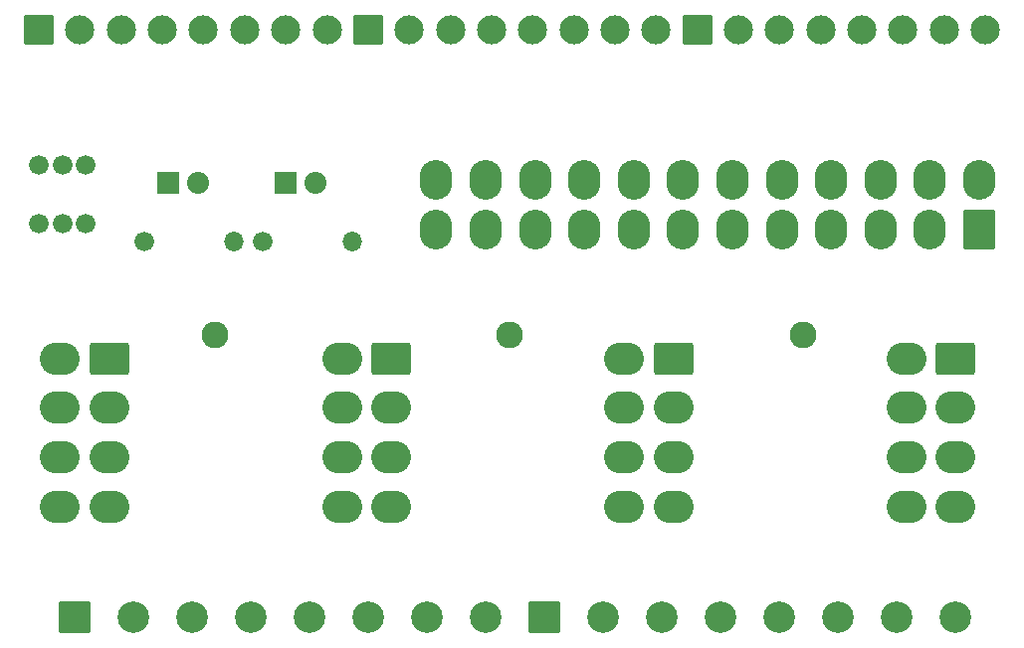
<source format=gts>
%TF.GenerationSoftware,KiCad,Pcbnew,8.0.6*%
%TF.CreationDate,2024-12-10T23:43:24+09:00*%
%TF.ProjectId,atx_breakout,6174785f-6272-4656-916b-6f75742e6b69,rev?*%
%TF.SameCoordinates,Original*%
%TF.FileFunction,Soldermask,Top*%
%TF.FilePolarity,Negative*%
%FSLAX46Y46*%
G04 Gerber Fmt 4.6, Leading zero omitted, Abs format (unit mm)*
G04 Created by KiCad (PCBNEW 8.0.6) date 2024-12-10 23:43:24*
%MOMM*%
%LPD*%
G01*
G04 APERTURE LIST*
G04 Aperture macros list*
%AMRoundRect*
0 Rectangle with rounded corners*
0 $1 Rounding radius*
0 $2 $3 $4 $5 $6 $7 $8 $9 X,Y pos of 4 corners*
0 Add a 4 corners polygon primitive as box body*
4,1,4,$2,$3,$4,$5,$6,$7,$8,$9,$2,$3,0*
0 Add four circle primitives for the rounded corners*
1,1,$1+$1,$2,$3*
1,1,$1+$1,$4,$5*
1,1,$1+$1,$6,$7*
1,1,$1+$1,$8,$9*
0 Add four rect primitives between the rounded corners*
20,1,$1+$1,$2,$3,$4,$5,0*
20,1,$1+$1,$4,$5,$6,$7,0*
20,1,$1+$1,$6,$7,$8,$9,0*
20,1,$1+$1,$8,$9,$2,$3,0*%
G04 Aperture macros list end*
%ADD10RoundRect,0.257038X-1.430962X1.130962X-1.430962X-1.130962X1.430962X-1.130962X1.430962X1.130962X0*%
%ADD11O,3.376000X2.776000*%
%ADD12RoundRect,0.038000X-0.900000X-0.900000X0.900000X-0.900000X0.900000X0.900000X-0.900000X0.900000X0*%
%ADD13C,1.876000*%
%ADD14C,1.676000*%
%ADD15O,1.676000X1.676000*%
%ADD16C,2.276000*%
%ADD17RoundRect,0.038000X-1.200000X-1.200000X1.200000X-1.200000X1.200000X1.200000X-1.200000X1.200000X0*%
%ADD18C,2.476000*%
%ADD19RoundRect,0.038000X-1.300000X-1.300000X1.300000X-1.300000X1.300000X1.300000X-1.300000X1.300000X0*%
%ADD20C,2.676000*%
%ADD21RoundRect,0.257038X1.130962X1.430962X-1.130962X1.430962X-1.130962X-1.430962X1.130962X-1.430962X0*%
%ADD22O,2.776000X3.376000*%
G04 APERTURE END LIST*
D10*
%TO.C,J4*%
X83000000Y-32000000D03*
D11*
X83000000Y-36200000D03*
X83000000Y-40400000D03*
X83000000Y-44600000D03*
X78800000Y-32000000D03*
X78800000Y-36200000D03*
X78800000Y-40400000D03*
X78800000Y-44600000D03*
%TD*%
D12*
%TO.C,D1*%
X26000000Y-17000000D03*
D13*
X28540000Y-17000000D03*
%TD*%
D10*
%TO.C,J2*%
X35000000Y-32000000D03*
D11*
X35000000Y-36200000D03*
X35000000Y-40400000D03*
X35000000Y-44600000D03*
X30800000Y-32000000D03*
X30800000Y-36200000D03*
X30800000Y-40400000D03*
X30800000Y-44600000D03*
%TD*%
D10*
%TO.C,J1*%
X11000000Y-32000000D03*
D11*
X11000000Y-36200000D03*
X11000000Y-40400000D03*
X11000000Y-44600000D03*
X6800000Y-32000000D03*
X6800000Y-36200000D03*
X6800000Y-40400000D03*
X6800000Y-44600000D03*
%TD*%
D14*
%TO.C,R1*%
X24000000Y-22000000D03*
D15*
X31620000Y-22000000D03*
%TD*%
D10*
%TO.C,J3*%
X59000000Y-32000000D03*
D11*
X59000000Y-36200000D03*
X59000000Y-40400000D03*
X59000000Y-44600000D03*
X54800000Y-32000000D03*
X54800000Y-36200000D03*
X54800000Y-40400000D03*
X54800000Y-44600000D03*
%TD*%
D16*
%TO.C,H2*%
X20000000Y-30000000D03*
%TD*%
D14*
%TO.C,R2*%
X14000000Y-22000000D03*
D15*
X21620000Y-22000000D03*
%TD*%
D16*
%TO.C,H1*%
X45000000Y-30000000D03*
%TD*%
D17*
%TO.C,J6*%
X5000000Y-4000000D03*
D18*
X8500000Y-4000000D03*
X12000000Y-4000000D03*
X15500000Y-4000000D03*
X19000000Y-4000000D03*
X22500000Y-4000000D03*
X26000000Y-4000000D03*
X29500000Y-4000000D03*
%TD*%
D17*
%TO.C,J8*%
X61000000Y-4000000D03*
D18*
X64500000Y-4000000D03*
X68000000Y-4000000D03*
X71500000Y-4000000D03*
X75000000Y-4000000D03*
X78500000Y-4000000D03*
X82000000Y-4000000D03*
X85500000Y-4000000D03*
%TD*%
D17*
%TO.C,J7*%
X33000000Y-4000000D03*
D18*
X36500000Y-4000000D03*
X40000000Y-4000000D03*
X43500000Y-4000000D03*
X47000000Y-4000000D03*
X50500000Y-4000000D03*
X54000000Y-4000000D03*
X57500000Y-4000000D03*
%TD*%
D14*
%TO.C,U1*%
X9000000Y-15500000D03*
X7000000Y-15500000D03*
X5000000Y-15500000D03*
X9000000Y-20500000D03*
X7000000Y-20500000D03*
X5000000Y-20500000D03*
%TD*%
D16*
%TO.C,H3*%
X70000000Y-30000000D03*
%TD*%
D19*
%TO.C,J9*%
X8000000Y-54000000D03*
D20*
X13000000Y-54000000D03*
X18000000Y-54000000D03*
X23000000Y-54000000D03*
X28000000Y-54000000D03*
X33000000Y-54000000D03*
X38000000Y-54000000D03*
X43000000Y-54000000D03*
%TD*%
D21*
%TO.C,J5*%
X85000000Y-21000000D03*
D22*
X80800000Y-21000000D03*
X76600000Y-21000000D03*
X72400000Y-21000000D03*
X68200000Y-21000000D03*
X64000000Y-21000000D03*
X59800000Y-21000000D03*
X55600000Y-21000000D03*
X51400000Y-21000000D03*
X47200000Y-21000000D03*
X43000000Y-21000000D03*
X38800000Y-21000000D03*
X85000000Y-16800000D03*
X80800000Y-16800000D03*
X76600000Y-16800000D03*
X72400000Y-16800000D03*
X68200000Y-16800000D03*
X64000000Y-16800000D03*
X59800000Y-16800000D03*
X55600000Y-16800000D03*
X51400000Y-16800000D03*
X47200000Y-16800000D03*
X43000000Y-16800000D03*
X38800000Y-16800000D03*
%TD*%
D19*
%TO.C,J10*%
X48000000Y-54000000D03*
D20*
X53000000Y-54000000D03*
X58000000Y-54000000D03*
X63000000Y-54000000D03*
X68000000Y-54000000D03*
X73000000Y-54000000D03*
X78000000Y-54000000D03*
X83000000Y-54000000D03*
%TD*%
D12*
%TO.C,D2*%
X16000000Y-17000000D03*
D13*
X18540000Y-17000000D03*
%TD*%
M02*

</source>
